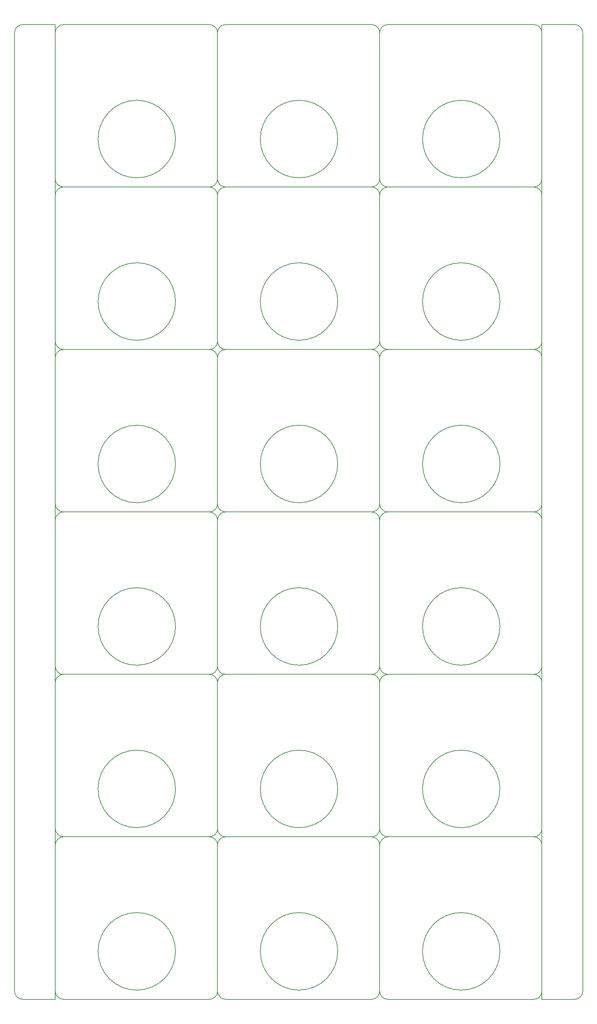
<source format=gbr>
G04 -- output software:jlccam v1.3.0 *
G04 -- dbname:*
G04 -- stepname:set*
G04 -- layer:ko*
*
G04 -- format*
%FSLAX26Y26*%
%MOIN*%
*
G04 -- apertures*
%ADD10C,0.005904*%
*
G75*
G90*
*
G54D10*
%LPD*%
D10*
X1554938Y462598D02*
G03Y462598I-374014D01*
X472419Y1566929D02*
G03X393679Y1488188J-78740D01*
X1881867Y0D02*
G03X1960608Y78740J78740D01*
X393679D02*
G03X472419Y0I78740D01*
X1960608Y1488188D02*
G03X1881867Y1566929I-78740D01*
G01*
X393679Y1488188D02*
Y78740D01*
X472419Y0D02*
X1881867D01*
X1960608Y78740D02*
Y1488188D01*
X1881867Y1566929D02*
X472419D01*
D10*
X1554938Y2029527D02*
G03Y2029527I-374014D01*
X472419Y3133858D02*
G03X393679Y3055117J-78740D01*
X1881867Y1566929D02*
G03X1960608Y1645669J78740D01*
X393679D02*
G03X472419Y1566929I78740D01*
X1960608Y3055117D02*
G03X1881867Y3133858I-78740D01*
G01*
X393679Y3055117D02*
Y1645669D01*
X472419Y1566929D02*
X1881867D01*
X1960608Y1645669D02*
Y3055117D01*
X1881867Y3133858D02*
X472419D01*
D10*
X1554938Y3596456D02*
G03Y3596456I-374014D01*
X472419Y4700787D02*
G03X393679Y4622046J-78740D01*
X1881867Y3133858D02*
G03X1960608Y3212598J78740D01*
X393679D02*
G03X472419Y3133858I78740D01*
X1960608Y4622046D02*
G03X1881867Y4700787I-78740D01*
G01*
X393679Y4622046D02*
Y3212598D01*
X472419Y3133858D02*
X1881867D01*
X1960608Y3212598D02*
Y4622046D01*
X1881867Y4700787D02*
X472419D01*
D10*
X1554938Y5163385D02*
G03Y5163385I-374014D01*
X472419Y6267716D02*
G03X393679Y6188975J-78740D01*
X1881867Y4700787D02*
G03X1960608Y4779527J78740D01*
X393679D02*
G03X472419Y4700787I78740D01*
X1960608Y6188975D02*
G03X1881867Y6267716I-78740D01*
G01*
X393679Y6188975D02*
Y4779527D01*
X472419Y4700787D02*
X1881867D01*
X1960608Y4779527D02*
Y6188975D01*
X1881867Y6267716D02*
X472419D01*
D10*
X1554938Y6730314D02*
G03Y6730314I-374014D01*
X472419Y7834645D02*
G03X393679Y7755904J-78740D01*
X1881867Y6267716D02*
G03X1960608Y6346456J78740D01*
X393679D02*
G03X472419Y6267716I78740D01*
X1960608Y7755904D02*
G03X1881867Y7834645I-78740D01*
G01*
X393679Y7755904D02*
Y6346456D01*
X472419Y6267716D02*
X1881867D01*
X1960608Y6346456D02*
Y7755904D01*
X1881867Y7834645D02*
X472419D01*
D10*
X1554938Y8297243D02*
G03Y8297243I-374014D01*
X472419Y9401574D02*
G03X393679Y9322833J-78740D01*
X1881867Y7834645D02*
G03X1960608Y7913385J78740D01*
X393679D02*
G03X472419Y7834645I78740D01*
X1960608Y9322833D02*
G03X1881867Y9401574I-78740D01*
G01*
X393679Y9322833D02*
Y7913385D01*
X472419Y7834645D02*
X1881867D01*
X1960608Y7913385D02*
Y9322833D01*
X1881867Y9401574D02*
X472419D01*
D10*
X3121845Y462598D02*
G03Y462598I-374014D01*
X2039326Y1566929D02*
G03X1960586Y1488188J-78740D01*
X3448774Y0D02*
G03X3527515Y78740J78740D01*
X1960586D02*
G03X2039326Y0I78740D01*
X3527515Y1488188D02*
G03X3448774Y1566929I-78740D01*
G01*
X1960586Y1488188D02*
Y78740D01*
X2039326Y0D02*
X3448774D01*
X3527515Y78740D02*
Y1488188D01*
X3448774Y1566929D02*
X2039326D01*
D10*
X3121845Y2029527D02*
G03Y2029527I-374014D01*
X2039326Y3133858D02*
G03X1960586Y3055117J-78740D01*
X3448774Y1566929D02*
G03X3527515Y1645669J78740D01*
X1960586D02*
G03X2039326Y1566929I78740D01*
X3527515Y3055117D02*
G03X3448774Y3133858I-78740D01*
G01*
X1960586Y3055117D02*
Y1645669D01*
X2039326Y1566929D02*
X3448774D01*
X3527515Y1645669D02*
Y3055117D01*
X3448774Y3133858D02*
X2039326D01*
D10*
X3121845Y3596456D02*
G03Y3596456I-374014D01*
X2039326Y4700787D02*
G03X1960586Y4622046J-78740D01*
X3448774Y3133858D02*
G03X3527515Y3212598J78740D01*
X1960586D02*
G03X2039326Y3133858I78740D01*
X3527515Y4622046D02*
G03X3448774Y4700787I-78740D01*
G01*
X1960586Y4622046D02*
Y3212598D01*
X2039326Y3133858D02*
X3448774D01*
X3527515Y3212598D02*
Y4622046D01*
X3448774Y4700787D02*
X2039326D01*
D10*
X3121845Y5163385D02*
G03Y5163385I-374014D01*
X2039326Y6267716D02*
G03X1960586Y6188975J-78740D01*
X3448774Y4700787D02*
G03X3527515Y4779527J78740D01*
X1960586D02*
G03X2039326Y4700787I78740D01*
X3527515Y6188975D02*
G03X3448774Y6267716I-78740D01*
G01*
X1960586Y6188975D02*
Y4779527D01*
X2039326Y4700787D02*
X3448774D01*
X3527515Y4779527D02*
Y6188975D01*
X3448774Y6267716D02*
X2039326D01*
D10*
X3121845Y6730314D02*
G03Y6730314I-374014D01*
X2039326Y7834645D02*
G03X1960586Y7755904J-78740D01*
X3448774Y6267716D02*
G03X3527515Y6346456J78740D01*
X1960586D02*
G03X2039326Y6267716I78740D01*
X3527515Y7755904D02*
G03X3448774Y7834645I-78740D01*
G01*
X1960586Y7755904D02*
Y6346456D01*
X2039326Y6267716D02*
X3448774D01*
X3527515Y6346456D02*
Y7755904D01*
X3448774Y7834645D02*
X2039326D01*
D10*
X3121845Y8297243D02*
G03Y8297243I-374014D01*
X2039326Y9401574D02*
G03X1960586Y9322833J-78740D01*
X3448774Y7834645D02*
G03X3527515Y7913385J78740D01*
X1960586D02*
G03X2039326Y7834645I78740D01*
X3527515Y9322833D02*
G03X3448774Y9401574I-78740D01*
G01*
X1960586Y9322833D02*
Y7913385D01*
X2039326Y7834645D02*
X3448774D01*
X3527515Y7913385D02*
Y9322833D01*
X3448774Y9401574D02*
X2039326D01*
D10*
X4688752Y462598D02*
G03Y462598I-374014D01*
X3606233Y1566929D02*
G03X3527493Y1488188J-78740D01*
X5015681Y0D02*
G03X5094422Y78740J78740D01*
X3527493D02*
G03X3606233Y0I78740D01*
X5094422Y1488188D02*
G03X5015681Y1566929I-78740D01*
G01*
X3527493Y1488188D02*
Y78740D01*
X3606233Y0D02*
X5015681D01*
X5094422Y78740D02*
Y1488188D01*
X5015681Y1566929D02*
X3606233D01*
D10*
X4688752Y2029527D02*
G03Y2029527I-374014D01*
X3606233Y3133858D02*
G03X3527493Y3055117J-78740D01*
X5015681Y1566929D02*
G03X5094422Y1645669J78740D01*
X3527493D02*
G03X3606233Y1566929I78740D01*
X5094422Y3055117D02*
G03X5015681Y3133858I-78740D01*
G01*
X3527493Y3055117D02*
Y1645669D01*
X3606233Y1566929D02*
X5015681D01*
X5094422Y1645669D02*
Y3055117D01*
X5015681Y3133858D02*
X3606233D01*
D10*
X4688752Y3596456D02*
G03Y3596456I-374014D01*
X3606233Y4700787D02*
G03X3527493Y4622046J-78740D01*
X5015681Y3133858D02*
G03X5094422Y3212598J78740D01*
X3527493D02*
G03X3606233Y3133858I78740D01*
X5094422Y4622046D02*
G03X5015681Y4700787I-78740D01*
G01*
X3527493Y4622046D02*
Y3212598D01*
X3606233Y3133858D02*
X5015681D01*
X5094422Y3212598D02*
Y4622046D01*
X5015681Y4700787D02*
X3606233D01*
D10*
X4688752Y5163385D02*
G03Y5163385I-374014D01*
X3606233Y6267716D02*
G03X3527493Y6188975J-78740D01*
X5015681Y4700787D02*
G03X5094422Y4779527J78740D01*
X3527493D02*
G03X3606233Y4700787I78740D01*
X5094422Y6188975D02*
G03X5015681Y6267716I-78740D01*
G01*
X3527493Y6188975D02*
Y4779527D01*
X3606233Y4700787D02*
X5015681D01*
X5094422Y4779527D02*
Y6188975D01*
X5015681Y6267716D02*
X3606233D01*
D10*
X4688752Y6730314D02*
G03Y6730314I-374014D01*
X3606233Y7834645D02*
G03X3527493Y7755904J-78740D01*
X5015681Y6267716D02*
G03X5094422Y6346456J78740D01*
X3527493D02*
G03X3606233Y6267716I78740D01*
X5094422Y7755904D02*
G03X5015681Y7834645I-78740D01*
G01*
X3527493Y7755904D02*
Y6346456D01*
X3606233Y6267716D02*
X5015681D01*
X5094422Y6346456D02*
Y7755904D01*
X5015681Y7834645D02*
X3606233D01*
D10*
X4688752Y8297243D02*
G03Y8297243I-374014D01*
X3606233Y9401574D02*
G03X3527493Y9322833J-78740D01*
X5015681Y7834645D02*
G03X5094422Y7913385J78740D01*
X3527493D02*
G03X3606233Y7834645I78740D01*
X5094422Y9322833D02*
G03X5015681Y9401574I-78740D01*
G01*
X3527493Y9322833D02*
Y7913385D01*
X3606233Y7834645D02*
X5015681D01*
X5094422Y7913385D02*
Y9322833D01*
X5015681Y9401574D02*
X3606233D01*
%LPD*%
G01*
D10*
X393679Y78740D02*
Y78740D01*
Y1488188D02*
Y1488188D01*
Y1645669D02*
Y1645669D01*
Y3055117D02*
Y3055117D01*
Y3212598D02*
Y3212598D01*
Y4622046D02*
Y4622046D01*
Y4779527D02*
Y4779527D01*
Y6188975D02*
Y6188975D01*
Y6346456D02*
Y6346456D01*
Y7755904D02*
Y7755904D01*
Y7913385D02*
Y7913385D01*
Y9322833D02*
Y9322833D01*
X5094421Y78740D02*
Y78740D01*
Y1488188D02*
Y1488188D01*
Y1645669D02*
Y1645669D01*
Y3055117D02*
Y3055117D01*
Y3212598D02*
Y3212598D01*
Y4622046D02*
Y4622046D01*
Y4779527D02*
Y4779527D01*
Y6188975D02*
Y6188975D01*
Y6346456D02*
Y6346456D01*
Y7755904D02*
Y7755904D01*
Y7913385D02*
Y7913385D01*
Y9322833D02*
Y9322833D01*
X78740Y9401574D02*
G03X0Y9322833J-78740D01*
Y78740D02*
G03X78740Y0I78740D01*
X5409381Y9401574D02*
G02X5488121Y9322833J-78740D01*
Y78740D02*
G02X5409381Y0I-78739D01*
G01*
X393700D02*
X393679Y78740D01*
Y9322833D02*
X393700Y9401574D01*
X5094421Y0D02*
Y78740D01*
Y9322833D02*
Y9401574D01*
X393679Y1488188D02*
Y1645669D01*
Y3055117D02*
Y3212598D01*
Y4622046D02*
Y4779527D01*
Y6188975D02*
Y6346456D01*
Y7755904D02*
Y7913385D01*
X5094421Y1488188D02*
Y1645669D01*
Y3055117D02*
Y3212598D01*
Y4622046D02*
Y4779527D01*
Y6188975D02*
Y6346456D01*
Y7755904D02*
Y7913385D01*
X393700Y9401574D02*
X78740D01*
Y0D02*
X393700D01*
X5094421Y9401574D02*
X5409381D01*
Y0D02*
X5094421D01*
X0Y9322833D02*
Y78740D01*
X5488121Y9322833D02*
Y78740D01*
M02*

</source>
